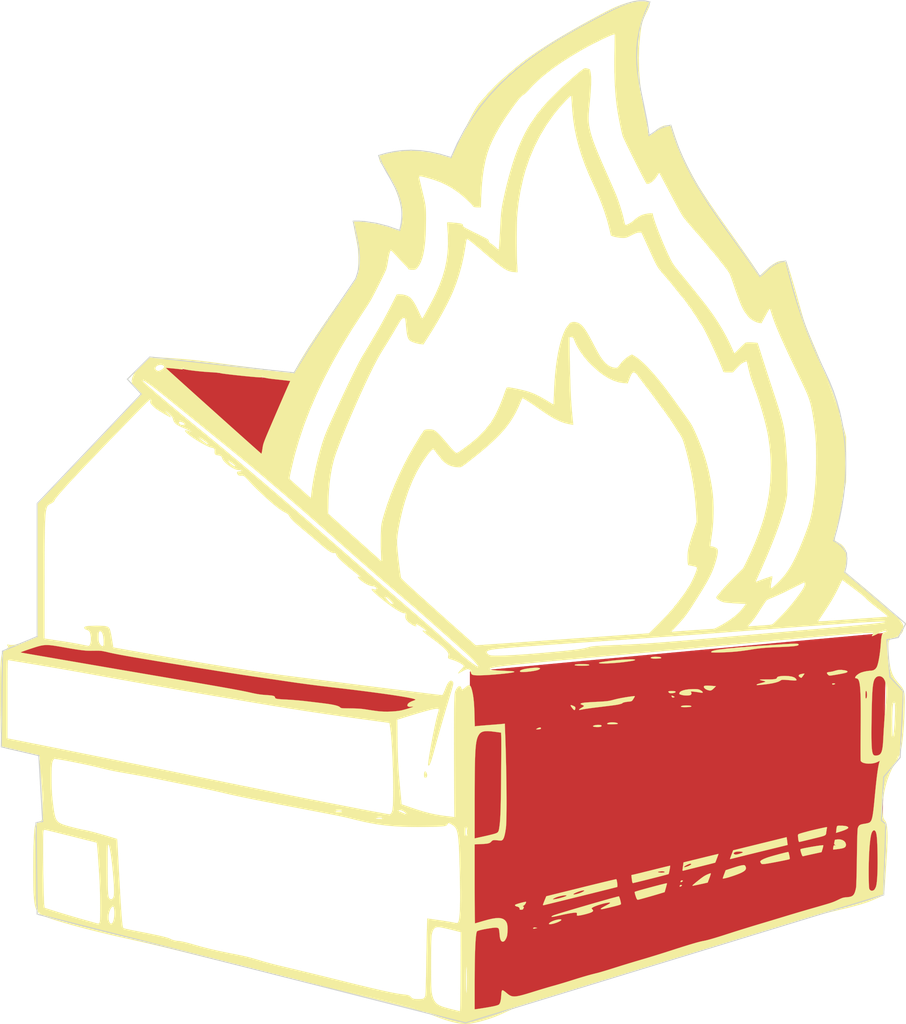
<source format=kicad_pcb>
(kicad_pcb (version 4) (host pcbnew 4.0.7)
  (layers (0 F.Cu signal) (31 B.Cu signal) (34 B.Paste user) (35 F.Paste user) (36 B.SilkS user) (37 F.SilkS user) (38 B.Mask user) (39 F.Mask user) (44 Edge.Cuts user))
  (net 0 "")
  (module LOGO (layer F.Cu) (at 0 0)
    (fp_text reference "G***" hide)
    (fp_text value "LOGO" hide)
  )
  (module LOGO (layer F.Cu) (at 0 0)
    (fp_text reference "G***" hide)
    (fp_text value "LOGO" hide)
    (fp_poly (pts (xy 37.796807 -17.970144) (xy 37.795498 -17.846748) (xy 37.792622 -17.646876) (xy 37.788259 -17.374613) (xy 37.782491 -17.034046) (xy 37.775398 -16.629261) (xy 37.767060 -16.164343) (xy 37.757559 -15.643379) (xy 37.746973 -15.070456) (xy 37.735386 -14.449659) (xy 37.722875 -13.785074) (xy 37.709524 -13.080788) (xy 37.695411 -12.340887) (xy 37.680618 -11.569457) (xy 37.665225 -10.770584) (xy 37.649313 -9.948354) (xy 37.632962 -9.106854) (xy 37.616254 -8.250169) (xy 37.599267 -7.382386) (xy 37.582084 -6.507590) (xy 37.564785 -5.629869) (xy 37.547450 -4.753308) (xy 37.530160 -3.881993) (xy 37.512996 -3.020010) (xy 37.496037 -2.171446) (xy 37.479366 -1.340387) (xy 37.463061 -0.530919) (xy 37.447205 0.252872) (xy 37.431877 1.006900) (xy 37.417158 1.727078) (xy 37.403129 2.409321) (xy 37.389870 3.049543) (xy 37.377462 3.643656) (xy 37.365985 4.187576) (xy 37.355521 4.677215) (xy 37.346149 5.108488) (xy 37.337950 5.477309) (xy 37.331005 5.779591) (xy 37.325395 6.011248) (xy 37.321200 6.168195) (xy 37.318500 6.246344) (xy 37.317823 6.254700) (xy 37.277266 6.267505) (xy 37.158702 6.303877) (xy 36.965173 6.362897) (xy 36.699719 6.443643) (xy 36.365384 6.545197) (xy 35.965207 6.666639) (xy 35.502231 6.807050) (xy 34.979498 6.965509) (xy 34.400048 7.141096) (xy 33.766923 7.332894) (xy 33.083166 7.539980) (xy 32.351816 7.761437) (xy 31.575917 7.996343) (xy 30.758509 8.243780) (xy 29.902634 8.502828) (xy 29.011334 8.772567) (xy 28.087649 9.052077) (xy 27.134623 9.340439) (xy 26.155295 9.636733) (xy 25.152708 9.940040) (xy 24.129903 10.249439) (xy 23.089922 10.564011) (xy 22.035806 10.882836) (xy 20.970597 11.204995) (xy 19.897337 11.529568) (xy 18.819066 11.855635) (xy 17.738826 12.182277) (xy 16.659660 12.508573) (xy 15.584608 12.833605) (xy 14.516712 13.156452) (xy 13.459013 13.476194) (xy 12.414554 13.791913) (xy 11.386375 14.102688) (xy 10.377519 14.407600) (xy 9.391026 14.705729) (xy 8.429938 14.996156) (xy 7.497297 15.277960) (xy 6.596144 15.550222) (xy 5.729522 15.812022) (xy 4.900470 16.062441) (xy 4.112031 16.300558) (xy 3.367247 16.525455) (xy 2.669159 16.736212) (xy 2.020808 16.931908) (xy 1.425237 17.111624) (xy 0.885486 17.274441) (xy 0.404597 17.419439) (xy -0.014389 17.545698) (xy -0.368429 17.652298) (xy -0.654482 17.738320) (xy -0.869508 17.802843) (xy -1.010463 17.844950) (xy -1.074307 17.863719) (xy -1.077949 17.864667) (xy -1.087206 17.825216) (xy -1.094714 17.718388) (xy -1.099596 17.561468) (xy -1.101025 17.409583) (xy -1.101222 17.334050) (xy -1.101753 17.176913) (xy -1.102605 16.941234) (xy -1.103766 16.630075) (xy -1.105224 16.246498) (xy -1.106967 15.793566) (xy -1.108982 15.274340) (xy -1.111258 14.691882) (xy -1.113783 14.049255) (xy -1.116544 13.349520) (xy -1.119529 12.595739) (xy -1.122725 11.790976) (xy -1.126122 10.938290) (xy -1.129706 10.040746) (xy -1.133466 9.101404) (xy -1.137389 8.123327) (xy -1.141463 7.109577) (xy -1.145676 6.063215) (xy -1.150016 4.987305) (xy -1.154471 3.884907) (xy -1.159028 2.759084) (xy -1.163676 1.612899) (xy -1.164966 1.295135) (xy -1.169558 0.148555) (xy -1.173940 -0.976379) (xy -1.178104 -2.076714) (xy -1.182041 -3.149496) (xy -1.185745 -4.191774) (xy -1.189209 -5.200594) (xy -1.192423 -6.173004) (xy -1.195381 -7.106051) (xy -1.198076 -7.996783) (xy -1.200500 -8.842247) (xy -1.202644 -9.639489) (xy -1.204503 -10.385559) (xy -1.206067 -11.077502) (xy -1.207330 -11.712366) (xy -1.208284 -12.287199) (xy -1.208921 -12.799047) (xy -1.209234 -13.244959) (xy -1.209216 -13.621981) (xy -1.208858 -13.927161) (xy -1.208153 -14.157546) (xy -1.207095 -14.310183) (xy -1.205674 -14.382120) (xy -1.205101 -14.387677) (xy -1.161831 -14.393176) (xy -1.037476 -14.406156) (xy -0.835240 -14.426318) (xy -0.558325 -14.453364) (xy -0.209935 -14.486996) (xy 0.206728 -14.526918) (xy 0.688461 -14.572830) (xy 1.232061 -14.624436) (xy 1.834325 -14.681438) (xy 2.492050 -14.743538) (xy 3.202033 -14.810438) (xy 3.961072 -14.881841) (xy 4.765963 -14.957449) (xy 5.613504 -15.036963) (xy 6.500491 -15.120088) (xy 7.423722 -15.206524) (xy 8.379994 -15.295974) (xy 9.366104 -15.388140) (xy 10.378849 -15.482725) (xy 11.415026 -15.579430) (xy 12.471432 -15.677959) (xy 13.544865 -15.778013) (xy 14.632121 -15.879295) (xy 15.729998 -15.981507) (xy 16.835292 -16.084351) (xy 17.944801 -16.187530) (xy 19.055322 -16.290745) (xy 20.163652 -16.393700) (xy 21.266588 -16.496095) (xy 22.360927 -16.597635) (xy 23.443466 -16.698021) (xy 24.511003 -16.796954) (xy 25.560334 -16.894139) (xy 26.588257 -16.989276) (xy 27.591569 -17.082068) (xy 28.567066 -17.172217) (xy 29.511546 -17.259426) (xy 30.421806 -17.343398) (xy 31.294644 -17.423833) (xy 32.126855 -17.500435) (xy 32.915238 -17.572905) (xy 33.656589 -17.640947) (xy 34.347706 -17.704262) (xy 34.985385 -17.762552) (xy 35.566424 -17.815521) (xy 36.087619 -17.862869) (xy 36.545769 -17.904300) (xy 36.937669 -17.939516) (xy 37.260118 -17.968219) (xy 37.509912 -17.990111) (xy 37.683848 -18.004895) (xy 37.778724 -18.012272) (xy 37.796468 -18.012976) (xy 37.796807 -17.970144)) (layer F.Cu) (width 0.010000))
    (fp_poly (pts (xy -22.957127 -14.584478) (xy -21.710406 -14.398962) (xy -20.484446 -14.216507) (xy -19.281926 -14.037514) (xy -18.105526 -13.862383) (xy -16.957924 -13.691512) (xy -15.841800 -13.525301) (xy -14.759833 -13.364150) (xy -13.714702 -13.208458) (xy -12.709085 -13.058625) (xy -11.745663 -12.915050) (xy -10.827113 -12.778133) (xy -9.956115 -12.648274) (xy -9.135349 -12.525871) (xy -8.367492 -12.411324) (xy -7.655225 -12.305033) (xy -7.001226 -12.207397) (xy -6.408174 -12.118817) (xy -5.878749 -12.039690) (xy -5.415628 -11.970418) (xy -5.021493 -11.911398) (xy -4.699021 -11.863032) (xy -4.450891 -11.825718) (xy -4.279783 -11.799855) (xy -4.188376 -11.785844) (xy -4.173312 -11.783391) (xy -4.095873 -11.759882) (xy -4.097435 -11.733180) (xy -4.109860 -11.725202) (xy -4.174413 -11.696903) (xy -4.308148 -11.644368) (xy -4.502285 -11.570749) (xy -4.748046 -11.479199) (xy -5.036652 -11.372870) (xy -5.359324 -11.254914) (xy -5.707284 -11.128482) (xy -6.071752 -10.996727) (xy -6.443950 -10.862802) (xy -6.815099 -10.729858) (xy -7.176420 -10.601047) (xy -7.519135 -10.479522) (xy -7.834464 -10.368435) (xy -8.113629 -10.270938) (xy -8.347851 -10.190182) (xy -8.528351 -10.129321) (xy -8.646351 -10.091506) (xy -8.692379 -10.079787) (xy -8.740267 -10.086783) (xy -8.868899 -10.106829) (xy -9.075433 -10.139468) (xy -9.357031 -10.184244) (xy -9.710854 -10.240699) (xy -10.134061 -10.308377) (xy -10.623813 -10.386822) (xy -11.177270 -10.475577) (xy -11.791594 -10.574185) (xy -12.463944 -10.682189) (xy -13.191480 -10.799132) (xy -13.971364 -10.924559) (xy -14.800756 -11.058012) (xy -15.676815 -11.199035) (xy -16.596703 -11.347171) (xy -17.557580 -11.501963) (xy -18.556607 -11.662954) (xy -19.590943 -11.829689) (xy -20.657750 -12.001709) (xy -21.754187 -12.178559) (xy -22.877416 -12.359782) (xy -24.024596 -12.544922) (xy -25.192888 -12.733520) (xy -25.251833 -12.743037) (xy -26.434479 -12.933984) (xy -27.602123 -13.122512) (xy -28.751626 -13.308114) (xy -29.879849 -13.490285) (xy -30.983655 -13.668516) (xy -32.059903 -13.842301) (xy -33.105456 -14.011133) (xy -34.117175 -14.174506) (xy -35.091921 -14.331911) (xy -36.026556 -14.482843) (xy -36.917940 -14.626795) (xy -37.762935 -14.763259) (xy -38.558403 -14.891728) (xy -39.301204 -15.011697) (xy -39.988200 -15.122657) (xy -40.616253 -15.224103) (xy -41.182223 -15.315527) (xy -41.682972 -15.396422) (xy -42.115361 -15.466281) (xy -42.476251 -15.524598) (xy -42.762504 -15.570866) (xy -42.970982 -15.604577) (xy -43.084750 -15.622990) (xy -43.413073 -15.676946) (xy -43.712960 -15.727711) (xy -43.974623 -15.773513) (xy -44.188274 -15.812577) (xy -44.344127 -15.843132) (xy -44.432393 -15.863402) (xy -44.448895 -15.870157) (xy -44.412353 -15.894787) (xy -44.308729 -15.953686) (xy -44.146254 -16.042446) (xy -43.933162 -16.156658) (xy -43.677685 -16.291913) (xy -43.388057 -16.443803) (xy -43.072509 -16.607918) (xy -43.032606 -16.628580) (xy -41.617421 -17.360993) (xy -22.957127 -14.584478)) (layer F.Cu) (width 0.010000))
    (fp_poly (pts (xy -29.726963 -42.903405) (xy -29.710208 -42.901240) (xy -29.651899 -42.894423) (xy -29.514349 -42.879263) (xy -29.302518 -42.856288) (xy -29.021369 -42.826027) (xy -28.675860 -42.789007) (xy -28.270951 -42.745757) (xy -27.811604 -42.696805) (xy -27.302779 -42.642679) (xy -26.749435 -42.583909) (xy -26.156534 -42.521021) (xy -25.529035 -42.454545) (xy -24.871899 -42.385009) (xy -24.190085 -42.312941) (xy -23.774273 -42.269027) (xy -23.082732 -42.195946) (xy -22.414564 -42.125196) (xy -21.774587 -42.057293) (xy -21.167617 -41.992755) (xy -20.598471 -41.932098) (xy -20.071964 -41.875839) (xy -19.592913 -41.824495) (xy -19.166135 -41.778582) (xy -18.796445 -41.738618) (xy -18.488661 -41.705118) (xy -18.247598 -41.678601) (xy -18.078074 -41.659582) (xy -17.984904 -41.648579) (xy -17.967579 -41.645996) (xy -17.982345 -41.606410) (xy -18.028562 -41.495340) (xy -18.103619 -41.318815) (xy -18.204910 -41.082864) (xy -18.329824 -40.793518) (xy -18.475754 -40.456805) (xy -18.640090 -40.078755) (xy -18.820224 -39.665398) (xy -19.013547 -39.222763) (xy -19.217451 -38.756880) (xy -19.227037 -38.735000) (xy -20.497629 -35.835167) (xy -20.590647 -35.297028) (xy -20.627309 -35.093318) (xy -20.661033 -34.921132) (xy -20.688387 -34.796987) (xy -20.705936 -34.737395) (xy -20.707509 -34.735047) (xy -20.741257 -34.759967) (xy -20.834502 -34.838283) (xy -20.983705 -34.966866) (xy -21.185328 -35.142584) (xy -21.435834 -35.362309) (xy -21.731684 -35.622911) (xy -22.069342 -35.921259) (xy -22.445268 -36.254225) (xy -22.855926 -36.618678) (xy -23.297777 -37.011489) (xy -23.767283 -37.429527) (xy -24.260907 -37.869664) (xy -24.775110 -38.328768) (xy -25.277593 -38.777981) (xy -25.808266 -39.252868) (xy -26.321549 -39.712545) (xy -26.813903 -40.153828) (xy -27.281793 -40.573532) (xy -27.721683 -40.968475) (xy -28.130036 -41.335473) (xy -28.503316 -41.671340) (xy -28.837987 -41.972895) (xy -29.130512 -42.236952) (xy -29.377355 -42.460328) (xy -29.574981 -42.639839) (xy -29.719852 -42.772301) (xy -29.808432 -42.854531) (xy -29.837208 -42.883170) (xy -29.810343 -42.903532) (xy -29.726963 -42.903405)) (layer F.Cu) (width 0.010000))
  )
  (module LOGO (layer F.Cu) (at 0 0)
    (fp_text reference "G***" hide)
    (fp_text value "LOGO" hide)
  )
  (module LOGO (layer F.Cu) (at 0 0)
    (fp_text reference "G***" hide)
    (fp_text value "LOGO" hide)
  )
  (gr_line (start -1.608700 18.507000) (end -41.752200 8.330000) (layer Edge.Cuts) (width 0.1))
  (gr_line (start -41.752200 8.330000) (end -41.853100 -0.236400) (layer Edge.Cuts) (width 0.1))
  (gr_line (start -41.853100 -0.236400) (end -41.234400 -0.355800) (layer Edge.Cuts) (width 0.1))
  (gr_line (start -41.234400 -0.355800) (end -41.592600 -6.521500) (layer Edge.Cuts) (width 0.1))
  (gr_line (start -41.592600 -6.521500) (end -45.109600 -7.346400) (layer Edge.Cuts) (width 0.1))
  (gr_line (start -45.109600 -7.346400) (end -45.001100 -16.312600) (layer Edge.Cuts) (width 0.1))
  (gr_line (start -45.001100 -16.312600) (end -41.746200 -17.679500) (layer Edge.Cuts) (width 0.1))
  (gr_line (start -41.746200 -17.679500) (end -41.746200 -30.136100) (layer Edge.Cuts) (width 0.1))
  (gr_line (start -41.746200 -30.136100) (end -31.996800 -40.388900) (layer Edge.Cuts) (width 0.1))
  (gr_line (start -31.996800 -40.388900) (end -33.299400 -41.778300) (layer Edge.Cuts) (width 0.1))
  (gr_line (start -33.299400 -41.778300) (end -31.195500 -43.857100) (layer Edge.Cuts) (width 0.1))
  (gr_line (start -31.195500 -43.857100) (end -17.679100 -42.375400) (layer Edge.Cuts) (width 0.1))
  (gr_line (start -17.679100 -42.375400) (end -16.274200 -44.664600) (layer Edge.Cuts) (width 0.1))
  (gr_line (start -16.274200 -44.664600) (end -14.824800 -46.864900) (layer Edge.Cuts) (width 0.1))
  (gr_line (start -14.824800 -46.864900) (end -11.893500 -51.200400) (layer Edge.Cuts) (width 0.1))
  (gr_line (start -11.893500 -51.200400) (end -11.685000 -51.855400) (layer Edge.Cuts) (width 0.1))
  (gr_line (start -11.685000 -51.855400) (end -11.576800 -52.517900) (layer Edge.Cuts) (width 0.1))
  (gr_line (start -11.576800 -52.517900) (end -11.552900 -53.186700) (layer Edge.Cuts) (width 0.1))
  (gr_line (start -11.552900 -53.186700) (end -11.597300 -53.860600) (layer Edge.Cuts) (width 0.1))
  (gr_line (start -11.597300 -53.860600) (end -11.694000 -54.538500) (layer Edge.Cuts) (width 0.1))
  (gr_line (start -11.694000 -54.538500) (end -11.827200 -55.219100) (layer Edge.Cuts) (width 0.1))
  (gr_line (start -11.827200 -55.219100) (end -12.138700 -56.583600) (layer Edge.Cuts) (width 0.1))
  (gr_line (start -12.138700 -56.583600) (end -11.589200 -56.579500) (layer Edge.Cuts) (width 0.1))
  (gr_line (start -11.589200 -56.579500) (end -11.041300 -56.541800) (layer Edge.Cuts) (width 0.1))
  (gr_line (start -11.041300 -56.541800) (end -9.950000 -56.372600) (layer Edge.Cuts) (width 0.1))
  (gr_line (start -9.950000 -56.372600) (end -8.864100 -56.089600) (layer Edge.Cuts) (width 0.1))
  (gr_line (start -8.864100 -56.089600) (end -7.782900 -55.706200) (layer Edge.Cuts) (width 0.1))
  (gr_line (start -7.782900 -55.706200) (end -7.649300 -56.307200) (layer Edge.Cuts) (width 0.1))
  (gr_line (start -7.649300 -56.307200) (end -7.580500 -56.870400) (layer Edge.Cuts) (width 0.1))
  (gr_line (start -7.580500 -56.870400) (end -7.570200 -57.399400) (layer Edge.Cuts) (width 0.1))
  (gr_line (start -7.570200 -57.399400) (end -7.611600 -57.897600) (layer Edge.Cuts) (width 0.1))
  (gr_line (start -7.611600 -57.897600) (end -7.698200 -58.368500) (layer Edge.Cuts) (width 0.1))
  (gr_line (start -7.698200 -58.368500) (end -7.823400 -58.815400) (layer Edge.Cuts) (width 0.1))
  (gr_line (start -7.823400 -58.815400) (end -7.980800 -59.241900) (layer Edge.Cuts) (width 0.1))
  (gr_line (start -7.980800 -59.241900) (end -8.163700 -59.651400) (layer Edge.Cuts) (width 0.1))
  (gr_line (start -8.163700 -59.651400) (end -8.580000 -60.433300) (layer Edge.Cuts) (width 0.1))
  (gr_line (start -8.580000 -60.433300) (end -9.019700 -61.188700) (layer Edge.Cuts) (width 0.1))
  (gr_line (start -9.019700 -61.188700) (end -9.430300 -61.945200) (layer Edge.Cuts) (width 0.1))
  (gr_line (start -9.430300 -61.945200) (end -9.759400 -62.730500) (layer Edge.Cuts) (width 0.1))
  (gr_line (start -9.759400 -62.730500) (end -9.048800 -62.935800) (layer Edge.Cuts) (width 0.1))
  (gr_line (start -9.048800 -62.935800) (end -8.309000 -63.092500) (layer Edge.Cuts) (width 0.1))
  (gr_line (start -8.309000 -63.092500) (end -7.535000 -63.192000) (layer Edge.Cuts) (width 0.1))
  (gr_line (start -7.535000 -63.192000) (end -6.721500 -63.225800) (layer Edge.Cuts) (width 0.1))
  (gr_line (start -6.721500 -63.225800) (end -5.863400 -63.185400) (layer Edge.Cuts) (width 0.1))
  (gr_line (start -5.863400 -63.185400) (end -4.955700 -63.062100) (layer Edge.Cuts) (width 0.1))
  (gr_line (start -4.955700 -63.062100) (end -3.993200 -62.847600) (layer Edge.Cuts) (width 0.1))
  (gr_line (start -3.993200 -62.847600) (end -2.970700 -62.533100) (layer Edge.Cuts) (width 0.1))
  (gr_line (start -2.970700 -62.533100) (end -2.378200 -63.865600) (layer Edge.Cuts) (width 0.1))
  (gr_line (start -2.378200 -63.865600) (end -1.712900 -65.111800) (layer Edge.Cuts) (width 0.1))
  (gr_line (start -1.712900 -65.111800) (end -0.982800 -66.275300) (layer Edge.Cuts) (width 0.1))
  (gr_line (start -0.982800 -66.275300) (end -0.196100 -67.360200) (layer Edge.Cuts) (width 0.1))
  (gr_line (start -0.196100 -67.360200) (end 0.639400 -68.370300) (layer Edge.Cuts) (width 0.1))
  (gr_line (start 0.639400 -68.370300) (end 1.515600 -69.309400) (layer Edge.Cuts) (width 0.1))
  (gr_line (start 1.515600 -69.309400) (end 2.424400 -70.181500) (layer Edge.Cuts) (width 0.1))
  (gr_line (start 2.424400 -70.181500) (end 3.357800 -70.990500) (layer Edge.Cuts) (width 0.1))
  (gr_line (start 3.357800 -70.990500) (end 4.307800 -71.740100) (layer Edge.Cuts) (width 0.1))
  (gr_line (start 4.307800 -71.740100) (end 5.266400 -72.434400) (layer Edge.Cuts) (width 0.1))
  (gr_line (start 5.266400 -72.434400) (end 6.225600 -73.077100) (layer Edge.Cuts) (width 0.1))
  (gr_line (start 6.225600 -73.077100) (end 7.177200 -73.672300) (layer Edge.Cuts) (width 0.1))
  (gr_line (start 7.177200 -73.672300) (end 9.026100 -74.735100) (layer Edge.Cuts) (width 0.1))
  (gr_line (start 9.026100 -74.735100) (end 10.748700 -75.654000) (layer Edge.Cuts) (width 0.1))
  (gr_line (start 10.748700 -75.654000) (end 12.257100 -76.422500) (layer Edge.Cuts) (width 0.1))
  (gr_line (start 12.257100 -76.422500) (end 12.918400 -76.724700) (layer Edge.Cuts) (width 0.1))
  (gr_line (start 12.918400 -76.724700) (end 13.529900 -76.962300) (layer Edge.Cuts) (width 0.1))
  (gr_line (start 13.529900 -76.962300) (end 14.100500 -77.128200) (layer Edge.Cuts) (width 0.1))
  (gr_line (start 14.100500 -77.128200) (end 14.639100 -77.215000) (layer Edge.Cuts) (width 0.1))
  (gr_line (start 14.639100 -77.215000) (end 15.154800 -77.215400) (layer Edge.Cuts) (width 0.1))
  (gr_line (start 15.154800 -77.215400) (end 15.656400 -77.122200) (layer Edge.Cuts) (width 0.1))
  (gr_line (start 15.656400 -77.122200) (end 15.232300 -76.197200) (layer Edge.Cuts) (width 0.1))
  (gr_line (start 15.232300 -76.197200) (end 14.906900 -75.305700) (layer Edge.Cuts) (width 0.1))
  (gr_line (start 14.906900 -75.305700) (end 14.670900 -74.444600) (layer Edge.Cuts) (width 0.1))
  (gr_line (start 14.670900 -74.444600) (end 14.515200 -73.610700) (layer Edge.Cuts) (width 0.1))
  (gr_line (start 14.515200 -73.610700) (end 14.430700 -72.800900) (layer Edge.Cuts) (width 0.1))
  (gr_line (start 14.430700 -72.800900) (end 14.408100 -72.012200) (layer Edge.Cuts) (width 0.1))
  (gr_line (start 14.408100 -72.012200) (end 14.438200 -71.241300) (layer Edge.Cuts) (width 0.1))
  (gr_line (start 14.438200 -71.241300) (end 14.511900 -70.485300) (layer Edge.Cuts) (width 0.1))
  (gr_line (start 14.511900 -70.485300) (end 14.753500 -69.005100) (layer Edge.Cuts) (width 0.1))
  (gr_line (start 14.753500 -69.005100) (end 15.059200 -67.546700) (layer Edge.Cuts) (width 0.1))
  (gr_line (start 15.059200 -67.546700) (end 15.355700 -66.085100) (layer Edge.Cuts) (width 0.1))
  (gr_line (start 15.355700 -66.085100) (end 15.477500 -65.345400) (layer Edge.Cuts) (width 0.1))
  (gr_line (start 15.477500 -65.345400) (end 15.569600 -64.595500) (layer Edge.Cuts) (width 0.1))
  (gr_line (start 15.569600 -64.595500) (end 15.971300 -64.856400) (layer Edge.Cuts) (width 0.1))
  (gr_line (start 15.971300 -64.856400) (end 16.339500 -65.122500) (layer Edge.Cuts) (width 0.1))
  (gr_line (start 16.339500 -65.122500) (end 16.560700 -65.249900) (layer Edge.Cuts) (width 0.1))
  (gr_line (start 16.560700 -65.249900) (end 16.832900 -65.369300) (layer Edge.Cuts) (width 0.1))
  (gr_line (start 16.832900 -65.369300) (end 17.176200 -65.477900) (layer Edge.Cuts) (width 0.1))
  (gr_line (start 17.176200 -65.477900) (end 17.610300 -65.572500) (layer Edge.Cuts) (width 0.1))
  (gr_line (start 17.610300 -65.572500) (end 17.929000 -64.541300) (layer Edge.Cuts) (width 0.1))
  (gr_line (start 17.929000 -64.541300) (end 18.294000 -63.543100) (layer Edge.Cuts) (width 0.1))
  (gr_line (start 18.294000 -63.543100) (end 18.701300 -62.575100) (layer Edge.Cuts) (width 0.1))
  (gr_line (start 18.701300 -62.575100) (end 19.146600 -61.634300) (layer Edge.Cuts) (width 0.1))
  (gr_line (start 19.146600 -61.634300) (end 19.625900 -60.717800) (layer Edge.Cuts) (width 0.1))
  (gr_line (start 19.625900 -60.717800) (end 20.135100 -59.822600) (layer Edge.Cuts) (width 0.1))
  (gr_line (start 20.135100 -59.822600) (end 21.226600 -58.084500) (layer Edge.Cuts) (width 0.1))
  (gr_line (start 21.226600 -58.084500) (end 22.388200 -56.396400) (layer Edge.Cuts) (width 0.1))
  (gr_line (start 22.388200 -56.396400) (end 23.586900 -54.734900) (layer Edge.Cuts) (width 0.1))
  (gr_line (start 23.586900 -54.734900) (end 24.789900 -53.076400) (layer Edge.Cuts) (width 0.1))
  (gr_line (start 24.789900 -53.076400) (end 25.964200 -51.397400) (layer Edge.Cuts) (width 0.1))
  (gr_line (start 25.964200 -51.397400) (end 26.224200 -51.598300) (layer Edge.Cuts) (width 0.1))
  (gr_line (start 26.224200 -51.598300) (end 26.457400 -51.811600) (layer Edge.Cuts) (width 0.1))
  (gr_line (start 26.457400 -51.811600) (end 26.920500 -52.239700) (layer Edge.Cuts) (width 0.1))
  (gr_line (start 26.920500 -52.239700) (end 27.189400 -52.436500) (layer Edge.Cuts) (width 0.1))
  (gr_line (start 27.189400 -52.436500) (end 27.509000 -52.609900) (layer Edge.Cuts) (width 0.1))
  (gr_line (start 27.509000 -52.609900) (end 27.898900 -52.750900) (layer Edge.Cuts) (width 0.1))
  (gr_line (start 27.898900 -52.750900) (end 28.378400 -52.850500) (layer Edge.Cuts) (width 0.1))
  (gr_line (start 28.378400 -52.850500) (end 29.039400 -50.299100) (layer Edge.Cuts) (width 0.1))
  (gr_line (start 29.039400 -50.299100) (end 29.422300 -49.019800) (layer Edge.Cuts) (width 0.1))
  (gr_line (start 29.422300 -49.019800) (end 29.846900 -47.733100) (layer Edge.Cuts) (width 0.1))
  (gr_line (start 29.846900 -47.733100) (end 30.318500 -46.435700) (layer Edge.Cuts) (width 0.1))
  (gr_line (start 30.318500 -46.435700) (end 30.842100 -45.123800) (layer Edge.Cuts) (width 0.1))
  (gr_line (start 30.842100 -45.123800) (end 31.422900 -43.794000) (layer Edge.Cuts) (width 0.1))
  (gr_line (start 31.422900 -43.794000) (end 32.066000 -42.442600) (layer Edge.Cuts) (width 0.1))
  (gr_line (start 32.066000 -42.442600) (end 32.478800 -41.550800) (layer Edge.Cuts) (width 0.1))
  (gr_line (start 32.478800 -41.550800) (end 32.841300 -40.642800) (layer Edge.Cuts) (width 0.1))
  (gr_line (start 32.841300 -40.642800) (end 33.154000 -39.719200) (layer Edge.Cuts) (width 0.1))
  (gr_line (start 33.154000 -39.719200) (end 33.417300 -38.780800) (layer Edge.Cuts) (width 0.1))
  (gr_line (start 33.417300 -38.780800) (end 33.631600 -37.828400) (layer Edge.Cuts) (width 0.1))
  (gr_line (start 33.631600 -37.828400) (end 33.797300 -36.862700) (layer Edge.Cuts) (width 0.1))
  (gr_line (start 33.797300 -36.862700) (end 33.914800 -35.884600) (layer Edge.Cuts) (width 0.1))
  (gr_line (start 33.914800 -35.884600) (end 33.984600 -34.894800) (layer Edge.Cuts) (width 0.1))
  (gr_line (start 33.984600 -34.894800) (end 34.007000 -33.894000) (layer Edge.Cuts) (width 0.1))
  (gr_line (start 34.007000 -33.894000) (end 33.982500 -32.883000) (layer Edge.Cuts) (width 0.1))
  (gr_line (start 33.982500 -32.883000) (end 33.911400 -31.862700) (layer Edge.Cuts) (width 0.1))
  (gr_line (start 33.911400 -31.862700) (end 33.794200 -30.833700) (layer Edge.Cuts) (width 0.1))
  (gr_line (start 33.794200 -30.833700) (end 33.631300 -29.796800) (layer Edge.Cuts) (width 0.1))
  (gr_line (start 33.631300 -29.796800) (end 33.423100 -28.752800) (layer Edge.Cuts) (width 0.1))
  (gr_line (start 33.423100 -28.752800) (end 33.169900 -27.702500) (layer Edge.Cuts) (width 0.1))
  (gr_line (start 33.169900 -27.702500) (end 32.872300 -26.646600) (layer Edge.Cuts) (width 0.1))
  (gr_line (start 32.872300 -26.646600) (end 33.244600 -26.431900) (layer Edge.Cuts) (width 0.1))
  (gr_line (start 33.244600 -26.431900) (end 33.561100 -26.166200) (layer Edge.Cuts) (width 0.1))
  (gr_line (start 33.561100 -26.166200) (end 33.831800 -25.858500) (layer Edge.Cuts) (width 0.1))
  (gr_line (start 33.831800 -25.858500) (end 34.066400 -25.517700) (layer Edge.Cuts) (width 0.1))
  (gr_line (start 34.066400 -25.517700) (end 34.107700 -24.994600) (layer Edge.Cuts) (width 0.1))
  (gr_line (start 34.107700 -24.994600) (end 34.086700 -24.524800) (layer Edge.Cuts) (width 0.1))
  (gr_line (start 34.086700 -24.524800) (end 34.012200 -24.101000) (layer Edge.Cuts) (width 0.1))
  (gr_line (start 34.012200 -24.101000) (end 33.892600 -23.715800) (layer Edge.Cuts) (width 0.1))
  (gr_line (start 33.892600 -23.715800) (end 39.624000 -18.874400) (layer Edge.Cuts) (width 0.1))
  (gr_line (start 39.624000 -18.874400) (end 38.929300 -17.593600) (layer Edge.Cuts) (width 0.1))
  (gr_line (start 38.929300 -17.593600) (end 37.865500 -17.376500) (layer Edge.Cuts) (width 0.1))
  (gr_line (start 37.865500 -17.376500) (end 38.147800 -13.881200) (layer Edge.Cuts) (width 0.1))
  (gr_line (start 38.147800 -13.881200) (end 39.407000 -12.535200) (layer Edge.Cuts) (width 0.1))
  (gr_line (start 39.407000 -12.535200) (end 39.103000 -6.347800) (layer Edge.Cuts) (width 0.1))
  (gr_line (start 39.103000 -6.347800) (end 37.561600 -4.524200) (layer Edge.Cuts) (width 0.1))
  (gr_line (start 37.561600 -4.524200) (end 37.344500 -0.442700) (layer Edge.Cuts) (width 0.1))
  (gr_line (start 37.344500 -0.442700) (end 37.757000 -0.117100) (layer Edge.Cuts) (width 0.1))
  (gr_line (start 37.757000 -0.117100) (end 37.555000 6.520000) (layer Edge.Cuts) (width 0.1))
  (gr_line (start 37.555000 6.520000) (end -1.608800 18.507000) (layer Edge.Cuts) (width 0.1))
  (gr_line (start -1.608800 18.507000) (end -1.608700 18.507000) (layer Edge.Cuts) (width 0.1))
)
</source>
